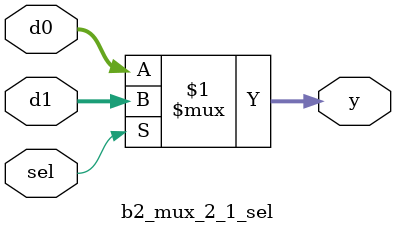
<source format=v>
`timescale 1ns / 1ps


module b2_mux_2_1_sel(
    input [1:0] d0,
    input [1:0] d1,
    input sel,
    output [1:0] y
    );
    
    assign y = sel ? d1 : d0;
endmodule

</source>
